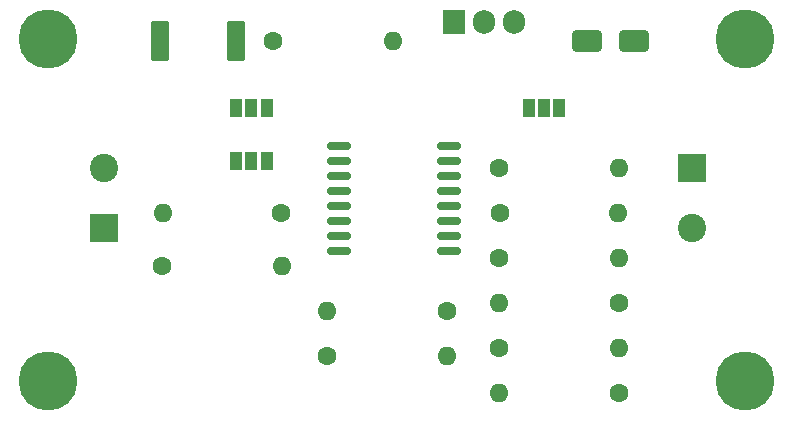
<source format=gts>
G04 #@! TF.GenerationSoftware,KiCad,Pcbnew,8.0.0*
G04 #@! TF.CreationDate,2024-03-03T11:24:10+11:00*
G04 #@! TF.ProjectId,BatteryCharger,42617474-6572-4794-9368-61726765722e,rev?*
G04 #@! TF.SameCoordinates,Original*
G04 #@! TF.FileFunction,Soldermask,Top*
G04 #@! TF.FilePolarity,Negative*
%FSLAX46Y46*%
G04 Gerber Fmt 4.6, Leading zero omitted, Abs format (unit mm)*
G04 Created by KiCad (PCBNEW 8.0.0) date 2024-03-03 11:24:10*
%MOMM*%
%LPD*%
G01*
G04 APERTURE LIST*
G04 Aperture macros list*
%AMRoundRect*
0 Rectangle with rounded corners*
0 $1 Rounding radius*
0 $2 $3 $4 $5 $6 $7 $8 $9 X,Y pos of 4 corners*
0 Add a 4 corners polygon primitive as box body*
4,1,4,$2,$3,$4,$5,$6,$7,$8,$9,$2,$3,0*
0 Add four circle primitives for the rounded corners*
1,1,$1+$1,$2,$3*
1,1,$1+$1,$4,$5*
1,1,$1+$1,$6,$7*
1,1,$1+$1,$8,$9*
0 Add four rect primitives between the rounded corners*
20,1,$1+$1,$2,$3,$4,$5,0*
20,1,$1+$1,$4,$5,$6,$7,0*
20,1,$1+$1,$6,$7,$8,$9,0*
20,1,$1+$1,$8,$9,$2,$3,0*%
G04 Aperture macros list end*
%ADD10RoundRect,0.250000X1.000000X0.650000X-1.000000X0.650000X-1.000000X-0.650000X1.000000X-0.650000X0*%
%ADD11R,2.400000X2.400000*%
%ADD12C,2.400000*%
%ADD13C,5.000000*%
%ADD14C,1.600000*%
%ADD15O,1.600000X1.600000*%
%ADD16R,1.000000X1.500000*%
%ADD17RoundRect,0.150000X-0.875000X-0.150000X0.875000X-0.150000X0.875000X0.150000X-0.875000X0.150000X0*%
%ADD18RoundRect,0.285714X-0.514286X-1.414286X0.514286X-1.414286X0.514286X1.414286X-0.514286X1.414286X0*%
%ADD19R,1.905000X2.000000*%
%ADD20O,1.905000X2.000000*%
G04 APERTURE END LIST*
D10*
X148590000Y-90170000D03*
X144590000Y-90170000D03*
D11*
X153480000Y-100965000D03*
D12*
X153480000Y-106045000D03*
D13*
X99000000Y-90000000D03*
D14*
X118665000Y-104775000D03*
D15*
X108665000Y-104775000D03*
D14*
X137240000Y-104775000D03*
D15*
X147240000Y-104775000D03*
D16*
X114875000Y-95885000D03*
X116175000Y-95885000D03*
X117475000Y-95885000D03*
D13*
X158000000Y-90000000D03*
D16*
X139670000Y-95885000D03*
X140970000Y-95885000D03*
X142270000Y-95885000D03*
D14*
X137160000Y-100965000D03*
D15*
X147320000Y-100965000D03*
D14*
X108585000Y-109220000D03*
D15*
X118745000Y-109220000D03*
D16*
X114875000Y-100330000D03*
X116175000Y-100330000D03*
X117475000Y-100330000D03*
D14*
X118015000Y-90170000D03*
D15*
X128175000Y-90170000D03*
D14*
X137160000Y-116205000D03*
D15*
X147320000Y-116205000D03*
D11*
X103695000Y-106045000D03*
D12*
X103695000Y-100965000D03*
D14*
X137160000Y-108585000D03*
D15*
X147320000Y-108585000D03*
D13*
X158000000Y-119000000D03*
D14*
X147320000Y-112395000D03*
D15*
X137160000Y-112395000D03*
D13*
X99000000Y-119000000D03*
D14*
X122555000Y-116840000D03*
D15*
X132715000Y-116840000D03*
D14*
X147320000Y-120015000D03*
D15*
X137160000Y-120015000D03*
D17*
X123620000Y-99060000D03*
X123620000Y-100330000D03*
X123620000Y-101600000D03*
X123620000Y-102870000D03*
X123620000Y-104140000D03*
X123620000Y-105410000D03*
X123620000Y-106680000D03*
X123620000Y-107950000D03*
X132920000Y-107950000D03*
X132920000Y-106680000D03*
X132920000Y-105410000D03*
X132920000Y-104140000D03*
X132920000Y-102870000D03*
X132920000Y-101600000D03*
X132920000Y-100330000D03*
X132920000Y-99060000D03*
D18*
X108415000Y-90170000D03*
X114915000Y-90170000D03*
D14*
X132715000Y-113030000D03*
D15*
X122555000Y-113030000D03*
D19*
X133350000Y-88575000D03*
D20*
X135890000Y-88575000D03*
X138430000Y-88575000D03*
M02*

</source>
